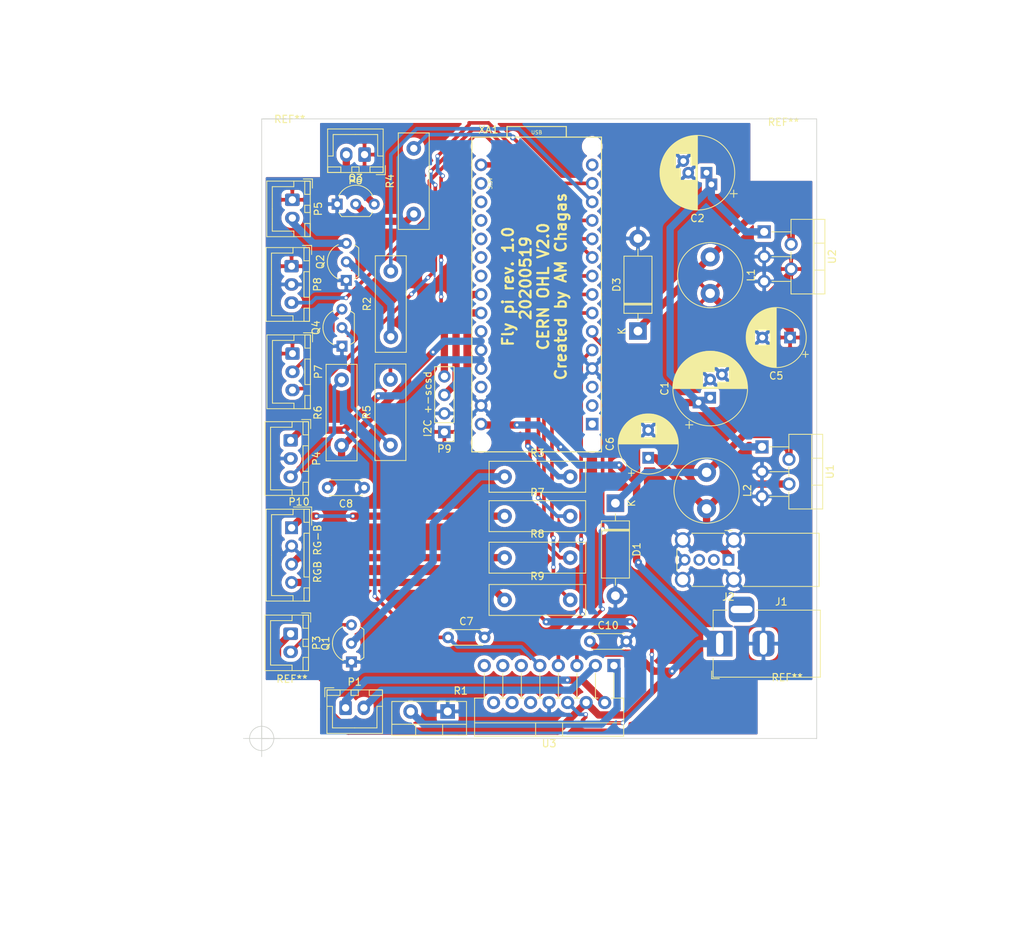
<source format=kicad_pcb>
(kicad_pcb (version 20171130) (host pcbnew 5.1.6-c6e7f7d~86~ubuntu20.04.1)
  (layers (0 F.Cu signal) (31 B.Cu signal) (34 B.Paste user) (35 F.Paste user) (36 B.SilkS user) (37 F.SilkS user) (38 B.Mask user) (39 F.Mask user) (44 Edge.Cuts user))
  (net 0 "")
  (net 1 "Net-(C6-Pad1)")
  (net 2 "Net-(D1-Pad1)")
  (net 3 "Net-(D3-Pad1)")
  (net 4 "Net-(P1-Pad2)")
  (net 5 "Net-(P1-Pad1)")
  (net 6 "Net-(P7-Pad2)")
  (net 7 "Net-(P10-Pad3)")
  (net 8 "Net-(P10-Pad4)")
  (net 9 "Net-(P10-Pad1)")
  (net 10 GND)
  (net 11 "Net-(Q1-Pad2)")
  (net 12 "Net-(Q2-Pad2)")
  (net 13 "Net-(Q3-Pad2)")
  (net 14 "Net-(Q4-Pad2)")
  (net 15 +12V)
  (net 16 +5V)
  (net 17 +5VD)
  (net 18 temp_sensor)
  (net 19 "Net-(J2-Pad2)")
  (net 20 "Net-(J2-Pad3)")
  (net 21 "Net-(P3-Pad2)")
  (net 22 "Net-(P4-Pad3)")
  (net 23 "Net-(P5-Pad2)")
  (net 24 "Net-(P6-Pad2)")
  (net 25 servo_signal)
  (net 26 Ring)
  (net 27 SCL)
  (net 28 SDA)
  (net 29 "Net-(R1-Pad2)")
  (net 30 HP1)
  (net 31 Fan)
  (net 32 HP2)
  (net 33 servo_switch)
  (net 34 RGBlue)
  (net 35 RGreenB)
  (net 36 RedGB)
  (net 37 Peltier_input1)
  (net 38 Peltier_input2)
  (net 39 "Net-(U3-Pad10)")
  (net 40 "Net-(U3-Pad11)")
  (net 41 "Net-(U3-Pad12)")
  (net 42 "Net-(U3-Pad13)")
  (net 43 "Net-(U3-Pad14)")
  (net 44 "Net-(U3-Pad15)")
  (net 45 "Net-(XA1-PadRST2)")
  (net 46 "Net-(XA1-PadA6)")
  (net 47 "Net-(XA1-PadA3)")
  (net 48 "Net-(XA1-PadA2)")
  (net 49 "Net-(XA1-PadA1)")
  (net 50 "Net-(XA1-PadA0)")
  (net 51 "Net-(XA1-PadAREF)")
  (net 52 "Net-(XA1-Pad3V3)")
  (net 53 "Net-(XA1-PadD12)")
  (net 54 "Net-(XA1-PadRST1)")
  (net 55 "Net-(XA1-PadD0)")
  (net 56 "Net-(XA1-PadD1)")
  (module Arduino:Arduino_Nano_Socket (layer F.Cu) (at 142.7 51.5 180)
    (fp_text reference XA1 (at 6.604 1.016) (layer F.SilkS))
    (fp_text value Arduino_Nano_Socket)
    (fp_text user USB (at 0 0.635) (layer F.SilkS) (effects (font (size 0.5 0.5) (thickness 0.075))))
    (fp_text user 3.3V (at 6.35 -6.35 90) (layer F.SilkS) (effects (font (size 0.5 0.5) (thickness 0.075))))
    (pad VIN thru_hole circle (at 7.62 -39.37 180) (size 1.7272 1.7272) (drill 1.016) (layers *.Cu *.Mask) (net 15 +12V))
    (pad GND2 thru_hole circle (at 7.62 -36.83 180) (size 1.7272 1.7272) (drill 1.016) (layers *.Cu *.Mask) (net 10 GND))
    (pad RST2 thru_hole circle (at 7.62 -34.29 180) (size 1.7272 1.7272) (drill 1.016) (layers *.Cu *.Mask) (net 45 "Net-(XA1-PadRST2)"))
    (pad 5V thru_hole circle (at 7.62 -31.75 180) (size 1.7272 1.7272) (drill 1.016) (layers *.Cu *.Mask) (net 17 +5VD))
    (pad A7 thru_hole circle (at 7.62 -29.21 180) (size 1.7272 1.7272) (drill 1.016) (layers *.Cu *.Mask) (net 18 temp_sensor))
    (pad A6 thru_hole circle (at 7.62 -26.67 180) (size 1.7272 1.7272) (drill 1.016) (layers *.Cu *.Mask) (net 46 "Net-(XA1-PadA6)"))
    (pad A5 thru_hole circle (at 7.62 -24.13 180) (size 1.7272 1.7272) (drill 1.016) (layers *.Cu *.Mask) (net 27 SCL))
    (pad A4 thru_hole circle (at 7.62 -21.59 180) (size 1.7272 1.7272) (drill 1.016) (layers *.Cu *.Mask) (net 28 SDA))
    (pad A3 thru_hole circle (at 7.62 -19.05 180) (size 1.7272 1.7272) (drill 1.016) (layers *.Cu *.Mask) (net 47 "Net-(XA1-PadA3)"))
    (pad A2 thru_hole circle (at 7.62 -16.51 180) (size 1.7272 1.7272) (drill 1.016) (layers *.Cu *.Mask) (net 48 "Net-(XA1-PadA2)"))
    (pad A1 thru_hole circle (at 7.62 -13.97 180) (size 1.7272 1.7272) (drill 1.016) (layers *.Cu *.Mask) (net 49 "Net-(XA1-PadA1)"))
    (pad A0 thru_hole circle (at 7.62 -11.43 180) (size 1.7272 1.7272) (drill 1.016) (layers *.Cu *.Mask) (net 50 "Net-(XA1-PadA0)"))
    (pad AREF thru_hole circle (at 7.62 -8.89 180) (size 1.7272 1.7272) (drill 1.016) (layers *.Cu *.Mask) (net 51 "Net-(XA1-PadAREF)"))
    (pad 3V3 thru_hole circle (at 7.62 -6.35 180) (size 1.7272 1.7272) (drill 1.016) (layers *.Cu *.Mask) (net 52 "Net-(XA1-Pad3V3)"))
    (pad D13 thru_hole circle (at 7.62 -3.81 180) (size 1.7272 1.7272) (drill 1.016) (layers *.Cu *.Mask) (net 31 Fan))
    (pad D12 thru_hole circle (at -7.62 -3.81 180) (size 1.7272 1.7272) (drill 1.016) (layers *.Cu *.Mask) (net 53 "Net-(XA1-PadD12)"))
    (pad D11 thru_hole circle (at -7.62 -6.35 180) (size 1.7272 1.7272) (drill 1.016) (layers *.Cu *.Mask) (net 32 HP2))
    (pad D10 thru_hole circle (at -7.62 -8.89 180) (size 1.7272 1.7272) (drill 1.016) (layers *.Cu *.Mask) (net 30 HP1))
    (pad D9 thru_hole circle (at -7.62 -11.43 180) (size 1.7272 1.7272) (drill 1.016) (layers *.Cu *.Mask) (net 33 servo_switch))
    (pad D8 thru_hole circle (at -7.62 -13.97 180) (size 1.7272 1.7272) (drill 1.016) (layers *.Cu *.Mask) (net 25 servo_signal))
    (pad D7 thru_hole circle (at -7.62 -16.51 180) (size 1.7272 1.7272) (drill 1.016) (layers *.Cu *.Mask) (net 26 Ring))
    (pad D6 thru_hole circle (at -7.62 -19.05 180) (size 1.7272 1.7272) (drill 1.016) (layers *.Cu *.Mask) (net 34 RGBlue))
    (pad D5 thru_hole circle (at -7.62 -21.59 180) (size 1.7272 1.7272) (drill 1.016) (layers *.Cu *.Mask) (net 35 RGreenB))
    (pad D4 thru_hole circle (at -7.62 -24.13 180) (size 1.7272 1.7272) (drill 1.016) (layers *.Cu *.Mask) (net 36 RedGB))
    (pad D3 thru_hole circle (at -7.62 -26.67 180) (size 1.7272 1.7272) (drill 1.016) (layers *.Cu *.Mask) (net 37 Peltier_input1))
    (pad D2 thru_hole circle (at -7.62 -29.21 180) (size 1.7272 1.7272) (drill 1.016) (layers *.Cu *.Mask) (net 38 Peltier_input2))
    (pad GND1 thru_hole circle (at -7.62 -31.75 180) (size 1.7272 1.7272) (drill 1.016) (layers *.Cu *.Mask) (net 10 GND))
    (pad RST1 thru_hole circle (at -7.62 -34.29 180) (size 1.7272 1.7272) (drill 1.016) (layers *.Cu *.Mask) (net 54 "Net-(XA1-PadRST1)"))
    (pad D0 thru_hole circle (at -7.62 -36.83 180) (size 1.7272 1.7272) (drill 1.016) (layers *.Cu *.Mask) (net 55 "Net-(XA1-PadD0)"))
    (pad D1 thru_hole rect (at -7.62 -39.37 180) (size 1.7272 1.7272) (drill 1.016) (layers *.Cu *.Mask) (net 56 "Net-(XA1-PadD1)"))
    (pad "" np_thru_hole circle (at -7.62 -41.91 180) (size 1.85 1.85) (drill 1.85) (layers *.Cu *.Mask))
    (pad "" np_thru_hole circle (at 7.62 -41.91 180) (size 1.85 1.85) (drill 1.85) (layers *.Cu *.Mask))
    (pad "" np_thru_hole circle (at -7.62 -1.27 180) (size 1.85 1.85) (drill 1.85) (layers *.Cu *.Mask))
    (pad "" np_thru_hole circle (at 7.62 -1.27 180) (size 1.85 1.85) (drill 1.85) (layers *.Cu *.Mask))
  )
  (module MountingHole:MountingHole_3.2mm_M3 (layer F.Cu) (at 176.55 53.65)
    (fp_text reference REF** (at 0 -4.2) (layer F.SilkS))
    (fp_text value MountingHole_3.2mm_M3)
    (pad 1 np_thru_hole circle (at 0 0) (size 3.2 3.2) (drill 3.2) (layers *.Cu *.Mask))
  )
  (module MountingHole:MountingHole_3.2mm_M3 (layer F.Cu) (at 108.85 53.25)
    (fp_text reference REF** (at 0 -4.2) (layer F.SilkS))
    (fp_text value MountingHole_3.2mm_M3)
    (pad 1 np_thru_hole circle (at 0 0) (size 3.2 3.2) (drill 3.2) (layers *.Cu *.Mask))
  )
  (module MountingHole:MountingHole_3.2mm_M3 (layer F.Cu) (at 109.15 130.05)
    (fp_text reference REF** (at 0 -4.2) (layer F.SilkS))
    (fp_text value MountingHole_3.2mm_M3)
    (pad 1 np_thru_hole circle (at 0 0) (size 3.2 3.2) (drill 3.2) (layers *.Cu *.Mask))
  )
  (module MountingHole:MountingHole_3.2mm_M3 (layer F.Cu) (at 177.05 129.85)
    (fp_text reference REF** (at 0 -4.2) (layer F.SilkS))
    (fp_text value MountingHole_3.2mm_M3)
    (pad 1 np_thru_hole circle (at 0 0) (size 3.2 3.2) (drill 3.2) (layers *.Cu *.Mask))
  )
  (module Connector_JST:JST_XH_B3B-XH-A_1x03_P2.50mm_Vertical (layer F.Cu) (at 109.22 81.2 270)
    (fp_text reference P7 (at 2.5 -3.55 90) (layer F.SilkS))
    (fp_text value "servo +-S")
    (pad 1 thru_hole roundrect (at 0 0 270) (size 1.7 1.95) (drill 0.95) (layers *.Cu *.Mask) (roundrect_rratio 0.147059) (net 16 +5V))
    (pad 2 thru_hole oval (at 2.5 0 270) (size 1.7 1.95) (drill 0.95) (layers *.Cu *.Mask) (net 6 "Net-(P7-Pad2)"))
    (pad 3 thru_hole oval (at 5 0 270) (size 1.7 1.95) (drill 0.95) (layers *.Cu *.Mask) (net 25 servo_signal))
  )
  (module Socket_Strips:Socket_Strip_Straight_1x04_Pitch2.54mm (layer F.Cu) (at 130.048 91.948 180)
    (fp_text reference P9 (at 0 -2.33 180) (layer F.SilkS))
    (fp_text value "I2C +-scsd" (at 2.286 3.81 270) (layer F.SilkS))
    (pad 1 thru_hole rect (at 0 0 180) (size 1.7 1.7) (drill 1) (layers *.Cu *.Mask) (net 16 +5V))
    (pad 2 thru_hole oval (at 0 2.54 180) (size 1.7 1.7) (drill 1) (layers *.Cu *.Mask) (net 10 GND))
    (pad 3 thru_hole oval (at 0 5.08 180) (size 1.7 1.7) (drill 1) (layers *.Cu *.Mask) (net 27 SCL))
    (pad 4 thru_hole oval (at 0 7.62 180) (size 1.7 1.7) (drill 1) (layers *.Cu *.Mask) (net 28 SDA))
  )
  (module Connectors_JST:JST_XH_B04B-XH-A_04x2.50mm_Straight (layer F.Cu) (at 109.1 105.1 270)
    (fp_text reference P10 (at -3.556 -1.016) (layer F.SilkS))
    (fp_text value "RGB RG-B" (at 3.556 -3.556 270) (layer F.SilkS))
    (pad 1 thru_hole rect (at 0 0 270) (size 1.75 1.75) (drill 1) (layers *.Cu *.Mask) (net 9 "Net-(P10-Pad1)"))
    (pad 2 thru_hole circle (at 2.5 0 270) (size 1.75 1.75) (drill 1) (layers *.Cu *.Mask) (net 10 GND))
    (pad 3 thru_hole circle (at 5 0 270) (size 1.75 1.75) (drill 1) (layers *.Cu *.Mask) (net 7 "Net-(P10-Pad3)"))
    (pad 4 thru_hole circle (at 7.5 0 270) (size 1.75 1.75) (drill 1) (layers *.Cu *.Mask) (net 8 "Net-(P10-Pad4)"))
  )
  (module Capacitor_THT:CP_Radial_D10.0mm_P2.50mm_P5.00mm (layer F.Cu) (at 166.497 87.249 90)
    (fp_text reference C1 (at 1.25 -6.25 90) (layer F.SilkS))
    (fp_text value 680µ)
    (pad 1 thru_hole rect (at 0 0 90) (size 1.6 1.6) (drill 0.8) (layers *.Cu *.Mask) (net 15 +12V))
    (pad 2 thru_hole circle (at 2.5 0 90) (size 1.6 1.6) (drill 0.8) (layers *.Cu *.Mask) (net 10 GND))
    (pad 1 thru_hole rect (at -0.670937 -1.6 90) (size 1.6 1.6) (drill 0.8) (layers *.Cu *.Mask) (net 15 +12V))
    (pad 2 thru_hole circle (at 3.170937 1.6 90) (size 1.6 1.6) (drill 0.8) (layers *.Cu *.Mask) (net 10 GND))
  )
  (module Capacitor_THT:CP_Radial_D10.0mm_P2.50mm_P5.00mm (layer F.Cu) (at 165.989 56.388 180)
    (fp_text reference C2 (at 1.25 -6.25) (layer F.SilkS))
    (fp_text value 680µ)
    (pad 2 thru_hole circle (at 3.170937 1.6 180) (size 1.6 1.6) (drill 0.8) (layers *.Cu *.Mask) (net 10 GND))
    (pad 1 thru_hole rect (at -0.670937 -1.6 180) (size 1.6 1.6) (drill 0.8) (layers *.Cu *.Mask) (net 15 +12V))
    (pad 2 thru_hole circle (at 2.5 0 180) (size 1.6 1.6) (drill 0.8) (layers *.Cu *.Mask) (net 10 GND))
    (pad 1 thru_hole rect (at 0 0 180) (size 1.6 1.6) (drill 0.8) (layers *.Cu *.Mask) (net 15 +12V))
  )
  (module Capacitor_THT:CP_Radial_D8.0mm_P3.80mm (layer F.Cu) (at 177.45 79 180)
    (fp_text reference C5 (at 1.9 -5.25) (layer F.SilkS))
    (fp_text value 220µ)
    (pad 1 thru_hole rect (at 0 0 180) (size 1.6 1.6) (drill 0.8) (layers *.Cu *.Mask) (net 16 +5V))
    (pad 2 thru_hole circle (at 3.8 0 180) (size 1.6 1.6) (drill 0.8) (layers *.Cu *.Mask) (net 10 GND))
  )
  (module Capacitor_THT:CP_Radial_D8.0mm_P3.80mm (layer F.Cu) (at 158 95.5 90)
    (fp_text reference C6 (at 1.9 -5.25 90) (layer F.SilkS))
    (fp_text value 220µ)
    (pad 2 thru_hole circle (at 3.8 0 90) (size 1.6 1.6) (drill 0.8) (layers *.Cu *.Mask) (net 10 GND))
    (pad 1 thru_hole rect (at 0 0 90) (size 1.6 1.6) (drill 0.8) (layers *.Cu *.Mask) (net 1 "Net-(C6-Pad1)"))
  )
  (module Capacitor_THT:C_Disc_D4.3mm_W1.9mm_P5.00mm (layer F.Cu) (at 130.556 120.142)
    (fp_text reference C7 (at 2.5 -2.2) (layer F.SilkS))
    (fp_text value 100n)
    (pad 2 thru_hole circle (at 5 0) (size 1.6 1.6) (drill 0.8) (layers *.Cu *.Mask) (net 10 GND))
    (pad 1 thru_hole circle (at 0 0) (size 1.6 1.6) (drill 0.8) (layers *.Cu *.Mask) (net 17 +5VD))
  )
  (module Capacitor_THT:C_Disc_D4.3mm_W1.9mm_P5.00mm (layer F.Cu) (at 119.05 99.6 180)
    (fp_text reference C8 (at 2.5 -2.2) (layer F.SilkS))
    (fp_text value 100n)
    (pad 1 thru_hole circle (at 0 0 180) (size 1.6 1.6) (drill 0.8) (layers *.Cu *.Mask) (net 10 GND))
    (pad 2 thru_hole circle (at 5 0 180) (size 1.6 1.6) (drill 0.8) (layers *.Cu *.Mask) (net 18 temp_sensor))
  )
  (module Capacitor_THT:C_Disc_D4.3mm_W1.9mm_P5.00mm (layer F.Cu) (at 150 120.7)
    (fp_text reference C10 (at 2.5 -2.2) (layer F.SilkS))
    (fp_text value 100n)
    (pad 1 thru_hole circle (at 0 0) (size 1.6 1.6) (drill 0.8) (layers *.Cu *.Mask) (net 15 +12V))
    (pad 2 thru_hole circle (at 5 0) (size 1.6 1.6) (drill 0.8) (layers *.Cu *.Mask) (net 10 GND))
  )
  (module Diode_THT:D_DO-15_P12.70mm_Horizontal (layer F.Cu) (at 153.5 101.727 270)
    (fp_text reference D1 (at 6.35 -2.92 90) (layer F.SilkS))
    (fp_text value "Schottky 5A")
    (fp_text user K (at 0 -2.2 90) (layer F.SilkS))
    (pad 1 thru_hole rect (at 0 0 270) (size 2.4 2.4) (drill 1.2) (layers *.Cu *.Mask) (net 2 "Net-(D1-Pad1)"))
    (pad 2 thru_hole oval (at 12.7 0 270) (size 2.4 2.4) (drill 1.2) (layers *.Cu *.Mask) (net 10 GND))
  )
  (module Diode_THT:D_DO-15_P12.70mm_Horizontal (layer F.Cu) (at 156.591 78.105 90)
    (fp_text reference D3 (at 6.35 -2.92 90) (layer F.SilkS))
    (fp_text value Schottky_5A)
    (fp_text user K (at 0 -2.2 90) (layer F.SilkS))
    (pad 2 thru_hole oval (at 12.7 0 90) (size 2.4 2.4) (drill 1.2) (layers *.Cu *.Mask) (net 10 GND))
    (pad 1 thru_hole rect (at 0 0 90) (size 2.4 2.4) (drill 1.2) (layers *.Cu *.Mask) (net 3 "Net-(D3-Pad1)"))
  )
  (module Connector_BarrelJack:BarrelJack_Horizontal (layer F.Cu) (at 167.8 121 180)
    (fp_text reference J1 (at -8.45 5.75) (layer F.SilkS))
    (fp_text value Barrel_Jack_MountingPin)
    (pad 1 thru_hole rect (at 0 0 180) (size 3.5 3.5) (drill oval 1 3) (layers *.Cu *.Mask) (net 15 +12V))
    (pad 2 thru_hole roundrect (at -6 0 180) (size 3 3.5) (drill oval 1 3) (layers *.Cu *.Mask) (net 10 GND))
    (pad 3 thru_hole roundrect (at -3 4.7 180) (size 3.5 3.5) (drill oval 3 1) (layers *.Cu *.Mask))
  )
  (module Connector_JST:JST_XH_B2B-XH-A_1x02_P2.50mm_Vertical (layer F.Cu) (at 116.5 129.8)
    (fp_text reference P1 (at 1.25 -3.55) (layer F.SilkS))
    (fp_text value PeltS1S2)
    (pad 1 thru_hole roundrect (at 0 0) (size 1.7 2) (drill 1) (layers *.Cu *.Mask) (roundrect_rratio 0.147059) (net 5 "Net-(P1-Pad1)"))
    (pad 2 thru_hole oval (at 2.5 0) (size 1.7 2) (drill 1) (layers *.Cu *.Mask) (net 4 "Net-(P1-Pad2)"))
  )
  (module Connector_JST:JST_XH_B2B-XH-A_1x02_P2.50mm_Vertical (layer F.Cu) (at 108.966 119.634 270)
    (fp_text reference P3 (at 1.25 -3.55 90) (layer F.SilkS))
    (fp_text value Fan+-)
    (pad 2 thru_hole oval (at 2.5 0 270) (size 1.7 2) (drill 1) (layers *.Cu *.Mask) (net 21 "Net-(P3-Pad2)"))
    (pad 1 thru_hole roundrect (at 0 0 270) (size 1.7 2) (drill 1) (layers *.Cu *.Mask) (roundrect_rratio 0.147059) (net 15 +12V))
  )
  (module Connector_JST:JST_XH_B3B-XH-A_1x03_P2.50mm_Vertical (layer F.Cu) (at 108.966 93.1 270)
    (fp_text reference P4 (at 2.5 -3.55 90) (layer F.SilkS))
    (fp_text value "Therm +-S")
    (pad 1 thru_hole roundrect (at 0 0 270) (size 1.7 1.95) (drill 0.95) (layers *.Cu *.Mask) (roundrect_rratio 0.147059) (net 17 +5VD))
    (pad 2 thru_hole oval (at 2.5 0 270) (size 1.7 1.95) (drill 0.95) (layers *.Cu *.Mask) (net 10 GND))
    (pad 3 thru_hole oval (at 5 0 270) (size 1.7 1.95) (drill 0.95) (layers *.Cu *.Mask) (net 22 "Net-(P4-Pad3)"))
  )
  (module Connector_JST:JST_XH_B2B-XH-A_1x02_P2.50mm_Vertical (layer F.Cu) (at 109.2 60.1 270)
    (fp_text reference P5 (at 1.25 -3.55 90) (layer F.SilkS))
    (fp_text value HP1+-)
    (pad 2 thru_hole oval (at 2.5 0 270) (size 1.7 2) (drill 1) (layers *.Cu *.Mask) (net 23 "Net-(P5-Pad2)"))
    (pad 1 thru_hole roundrect (at 0 0 270) (size 1.7 2) (drill 1) (layers *.Cu *.Mask) (roundrect_rratio 0.147059) (net 16 +5V))
  )
  (module Connector_JST:JST_XH_B2B-XH-A_1x02_P2.50mm_Vertical (layer F.Cu) (at 119.1 53.9 180)
    (fp_text reference P6 (at 1.25 -3.55) (layer F.SilkS))
    (fp_text value HP2+-)
    (pad 1 thru_hole roundrect (at 0 0 180) (size 1.7 2) (drill 1) (layers *.Cu *.Mask) (roundrect_rratio 0.147059) (net 16 +5V))
    (pad 2 thru_hole oval (at 2.5 0 180) (size 1.7 2) (drill 1) (layers *.Cu *.Mask) (net 24 "Net-(P6-Pad2)"))
  )
  (module Connector_JST:JST_XH_B3B-XH-A_1x03_P2.50mm_Vertical (layer F.Cu) (at 109.093 69.215 270)
    (fp_text reference P8 (at 2.5 -3.55 90) (layer F.SilkS))
    (fp_text value "Ring +-s")
    (pad 3 thru_hole oval (at 5 0 270) (size 1.7 1.95) (drill 0.95) (layers *.Cu *.Mask) (net 26 Ring))
    (pad 2 thru_hole oval (at 2.5 0 270) (size 1.7 1.95) (drill 0.95) (layers *.Cu *.Mask) (net 10 GND))
    (pad 1 thru_hole roundrect (at 0 0 270) (size 1.7 1.95) (drill 0.95) (layers *.Cu *.Mask) (roundrect_rratio 0.147059) (net 16 +5V))
  )
  (module Package_TO_SOT_THT:TO-92L_Inline_Wide (layer F.Cu) (at 117.3 123.5 90)
    (fp_text reference Q1 (at 2.54 -3.56 90) (layer F.SilkS))
    (fp_text value 1A_NPN_EBC)
    (pad 2 thru_hole circle (at 2.54 0 180) (size 1.5 1.5) (drill 0.8) (layers *.Cu *.Mask) (net 11 "Net-(Q1-Pad2)"))
    (pad 3 thru_hole circle (at 5.08 0 180) (size 1.5 1.5) (drill 0.8) (layers *.Cu *.Mask) (net 21 "Net-(P3-Pad2)"))
    (pad 1 thru_hole rect (at 0 0 180) (size 1.5 1.5) (drill 0.8) (layers *.Cu *.Mask) (net 10 GND))
  )
  (module Package_TO_SOT_THT:TO-92L_Inline_Wide (layer F.Cu) (at 116.6 71.15 90)
    (fp_text reference Q2 (at 2.54 -3.56 90) (layer F.SilkS))
    (fp_text value 1A-NPN-EBC)
    (pad 1 thru_hole rect (at 0 0 180) (size 1.5 1.5) (drill 0.8) (layers *.Cu *.Mask) (net 10 GND))
    (pad 3 thru_hole circle (at 5.08 0 180) (size 1.5 1.5) (drill 0.8) (layers *.Cu *.Mask) (net 23 "Net-(P5-Pad2)"))
    (pad 2 thru_hole circle (at 2.54 0 180) (size 1.5 1.5) (drill 0.8) (layers *.Cu *.Mask) (net 12 "Net-(Q2-Pad2)"))
  )
  (module Package_TO_SOT_THT:TO-92L_Inline_Wide (layer F.Cu) (at 115.35 60.7)
    (fp_text reference Q3 (at 2.54 -3.56) (layer F.SilkS))
    (fp_text value 1A_NPN_EBC)
    (pad 2 thru_hole circle (at 2.54 0 90) (size 1.5 1.5) (drill 0.8) (layers *.Cu *.Mask) (net 13 "Net-(Q3-Pad2)"))
    (pad 3 thru_hole circle (at 5.08 0 90) (size 1.5 1.5) (drill 0.8) (layers *.Cu *.Mask) (net 24 "Net-(P6-Pad2)"))
    (pad 1 thru_hole rect (at 0 0 90) (size 1.5 1.5) (drill 0.8) (layers *.Cu *.Mask) (net 10 GND))
  )
  (module Package_TO_SOT_THT:TO-92L_Inline_Wide (layer F.Cu) (at 116 80.18 90)
    (fp_text reference Q4 (at 2.54 -3.56 90) (layer F.SilkS))
    (fp_text value 1A_NPN_EBC)
    (pad 1 thru_hole rect (at 0 0 180) (size 1.5 1.5) (drill 0.8) (layers *.Cu *.Mask) (net 10 GND))
    (pad 3 thru_hole circle (at 5.08 0 180) (size 1.5 1.5) (drill 0.8) (layers *.Cu *.Mask) (net 6 "Net-(P7-Pad2)"))
    (pad 2 thru_hole circle (at 2.54 0 180) (size 1.5 1.5) (drill 0.8) (layers *.Cu *.Mask) (net 14 "Net-(Q4-Pad2)"))
  )
  (module Package_TO_SOT_THT:TO-220-2_Vertical (layer F.Cu) (at 130.5 130.3 180)
    (fp_text reference R1 (at -1.788 2.824 180) (layer F.SilkS))
    (fp_text value "20W ")
    (pad 1 thru_hole rect (at 0 0 180) (size 2 2) (drill 1.1) (layers *.Cu *.Mask) (net 10 GND))
    (pad 2 thru_hole oval (at 5.08 0 180) (size 2 2) (drill 1.1) (layers *.Cu *.Mask) (net 29 "Net-(R1-Pad2)"))
  )
  (module Resistor_THT:R_Box_L13.0mm_W4.0mm_P9.00mm (layer F.Cu) (at 122.7 78.9 90)
    (fp_text reference R2 (at 4.5 -3.25 90) (layer F.SilkS))
    (fp_text value 270)
    (pad 1 thru_hole circle (at 0 0 90) (size 2 2) (drill 1) (layers *.Cu *.Mask) (net 12 "Net-(Q2-Pad2)"))
    (pad 2 thru_hole circle (at 9 0 90) (size 2 2) (drill 1) (layers *.Cu *.Mask) (net 30 HP1))
  )
  (module Resistor_THT:R_Box_L13.0mm_W4.0mm_P9.00mm (layer F.Cu) (at 138.3 98.1)
    (fp_text reference R3 (at 4.5 -3.25) (layer F.SilkS))
    (fp_text value 270)
    (pad 2 thru_hole circle (at 9 0) (size 2 2) (drill 1) (layers *.Cu *.Mask) (net 31 Fan))
    (pad 1 thru_hole circle (at 0 0) (size 2 2) (drill 1) (layers *.Cu *.Mask) (net 11 "Net-(Q1-Pad2)"))
  )
  (module Resistor_THT:R_Box_L13.0mm_W4.0mm_P9.00mm (layer F.Cu) (at 125.85 62.05 90)
    (fp_text reference R4 (at 4.5 -3.25 90) (layer F.SilkS))
    (fp_text value 270)
    (pad 1 thru_hole circle (at 0 0 90) (size 2 2) (drill 1) (layers *.Cu *.Mask) (net 13 "Net-(Q3-Pad2)"))
    (pad 2 thru_hole circle (at 9 0 90) (size 2 2) (drill 1) (layers *.Cu *.Mask) (net 32 HP2))
  )
  (module Resistor_THT:R_Box_L13.0mm_W4.0mm_P9.00mm (layer F.Cu) (at 122.65 93.75 90)
    (fp_text reference R5 (at 4.5 -3.25 90) (layer F.SilkS))
    (fp_text value 270)
    (pad 2 thru_hole circle (at 9 0 90) (size 2 2) (drill 1) (layers *.Cu *.Mask) (net 33 servo_switch))
    (pad 1 thru_hole circle (at 0 0 90) (size 2 2) (drill 1) (layers *.Cu *.Mask) (net 14 "Net-(Q4-Pad2)"))
  )
  (module Resistor_THT:R_Box_L13.0mm_W4.0mm_P9.00mm (layer F.Cu) (at 115.95 93.8 90)
    (fp_text reference R6 (at 4.5 -3.25 90) (layer F.SilkS))
    (fp_text value 1k1)
    (pad 2 thru_hole circle (at 9 0 90) (size 2 2) (drill 1) (layers *.Cu *.Mask) (net 22 "Net-(P4-Pad3)"))
    (pad 1 thru_hole circle (at 0 0 90) (size 2 2) (drill 1) (layers *.Cu *.Mask) (net 18 temp_sensor))
  )
  (module Resistor_THT:R_Box_L13.0mm_W4.0mm_P9.00mm (layer F.Cu) (at 138.3 103.5)
    (fp_text reference R7 (at 4.5 -3.25) (layer F.SilkS))
    (fp_text value 270)
    (pad 1 thru_hole circle (at 0 0) (size 2 2) (drill 1) (layers *.Cu *.Mask) (net 9 "Net-(P10-Pad1)"))
    (pad 2 thru_hole circle (at 9 0) (size 2 2) (drill 1) (layers *.Cu *.Mask) (net 34 RGBlue))
  )
  (module Resistor_THT:R_Box_L13.0mm_W4.0mm_P9.00mm (layer F.Cu) (at 138.3 109.2)
    (fp_text reference R8 (at 4.5 -3.25) (layer F.SilkS))
    (fp_text value 270)
    (pad 1 thru_hole circle (at 0 0) (size 2 2) (drill 1) (layers *.Cu *.Mask) (net 7 "Net-(P10-Pad3)"))
    (pad 2 thru_hole circle (at 9 0) (size 2 2) (drill 1) (layers *.Cu *.Mask) (net 35 RGreenB))
  )
  (module Resistor_THT:R_Box_L13.0mm_W4.0mm_P9.00mm (layer F.Cu) (at 138.3 115)
    (fp_text reference R9 (at 4.5 -3.25) (layer F.SilkS))
    (fp_text value 270)
    (pad 2 thru_hole circle (at 9 0) (size 2 2) (drill 1) (layers *.Cu *.Mask) (net 36 RedGB))
    (pad 1 thru_hole circle (at 0 0) (size 2 2) (drill 1) (layers *.Cu *.Mask) (net 8 "Net-(P10-Pad4)"))
  )
  (module Package_TO_SOT_THT:TO-220-5_P3.4x3.7mm_StaggerOdd_Lead3.8mm_Vertical (layer F.Cu) (at 173.6 94 270)
    (fp_text reference U1 (at 3.4 -9.32 90) (layer F.SilkS))
    (fp_text value LM2596S-5)
    (pad 1 thru_hole rect (at 0 0 270) (size 1.8 1.8) (drill 1.1) (layers *.Cu *.Mask) (net 15 +12V))
    (pad 2 thru_hole oval (at 1.7 -3.7 270) (size 1.8 1.8) (drill 1.1) (layers *.Cu *.Mask) (net 2 "Net-(D1-Pad1)"))
    (pad 3 thru_hole oval (at 3.4 0 270) (size 1.8 1.8) (drill 1.1) (layers *.Cu *.Mask) (net 10 GND))
    (pad 4 thru_hole oval (at 5.1 -3.7 270) (size 1.8 1.8) (drill 1.1) (layers *.Cu *.Mask) (net 1 "Net-(C6-Pad1)"))
    (pad 5 thru_hole oval (at 6.8 0 270) (size 1.8 1.8) (drill 1.1) (layers *.Cu *.Mask) (net 10 GND))
  )
  (module Package_TO_SOT_THT:TO-220-5_P3.4x3.7mm_StaggerOdd_Lead3.8mm_Vertical (layer F.Cu) (at 173.9 64.5 270)
    (fp_text reference U2 (at 3.4 -9.32 90) (layer F.SilkS))
    (fp_text value LM2596S-5)
    (pad 5 thru_hole oval (at 6.8 0 270) (size 1.8 1.8) (drill 1.1) (layers *.Cu *.Mask) (net 10 GND))
    (pad 4 thru_hole oval (at 5.1 -3.7 270) (size 1.8 1.8) (drill 1.1) (layers *.Cu *.Mask) (net 16 +5V))
    (pad 3 thru_hole oval (at 3.4 0 270) (size 1.8 1.8) (drill 1.1) (layers *.Cu *.Mask) (net 10 GND))
    (pad 2 thru_hole oval (at 1.7 -3.7 270) (size 1.8 1.8) (drill 1.1) (layers *.Cu *.Mask) (net 3 "Net-(D3-Pad1)"))
    (pad 1 thru_hole rect (at 0 0 270) (size 1.8 1.8) (drill 1.1) (layers *.Cu *.Mask) (net 15 +12V))
  )
  (module Package_TO_SOT_THT:TO-220-15_P2.54x2.54mm_StaggerOdd_Lead4.58mm_Vertical (layer F.Cu) (at 153.3 124 180)
    (fp_text reference U3 (at 8.89 -10.7) (layer F.SilkS))
    (fp_text value L298HN)
    (pad 1 thru_hole rect (at 0 0 180) (size 1.8 1.8) (drill 1) (layers *.Cu *.Mask) (net 29 "Net-(R1-Pad2)"))
    (pad 2 thru_hole oval (at 1.27 -5.08 180) (size 1.8 1.8) (drill 1) (layers *.Cu *.Mask) (net 5 "Net-(P1-Pad1)"))
    (pad 3 thru_hole oval (at 2.54 0 180) (size 1.8 1.8) (drill 1) (layers *.Cu *.Mask) (net 4 "Net-(P1-Pad2)"))
    (pad 4 thru_hole oval (at 3.81 -5.08 180) (size 1.8 1.8) (drill 1) (layers *.Cu *.Mask) (net 15 +12V))
    (pad 5 thru_hole oval (at 5.08 0 180) (size 1.8 1.8) (drill 1) (layers *.Cu *.Mask) (net 37 Peltier_input1))
    (pad 6 thru_hole oval (at 6.35 -5.08 180) (size 1.8 1.8) (drill 1) (layers *.Cu *.Mask) (net 31 Fan))
    (pad 7 thru_hole oval (at 7.62 0 180) (size 1.8 1.8) (drill 1) (layers *.Cu *.Mask) (net 38 Peltier_input2))
    (pad 8 thru_hole oval (at 8.89 -5.08 180) (size 1.8 1.8) (drill 1) (layers *.Cu *.Mask) (net 10 GND))
    (pad 9 thru_hole oval (at 10.16 0 180) (size 1.8 1.8) (drill 1) (layers *.Cu *.Mask) (net 17 +5VD))
    (pad 10 thru_hole oval (at 11.43 -5.08 180) (size 1.8 1.8) (drill 1) (layers *.Cu *.Mask) (net 39 "Net-(U3-Pad10)"))
    (pad 11 thru_hole oval (at 12.7 0 180) (size 1.8 1.8) (drill 1) (layers *.Cu *.Mask) (net 40 "Net-(U3-Pad11)"))
    (pad 12 thru_hole oval (at 13.97 -5.08 180) (size 1.8 1.8) (drill 1) (layers *.Cu *.Mask) (net 41 "Net-(U3-Pad12)"))
    (pad 13 thru_hole oval (at 15.24 0 180) (size 1.8 1.8) (drill 1) (layers *.Cu *.Mask) (net 42 "Net-(U3-Pad13)"))
    (pad 14 thru_hole oval (at 16.51 -5.08 180) (size 1.8 1.8) (drill 1) (layers *.Cu *.Mask) (net 43 "Net-(U3-Pad14)"))
    (pad 15 thru_hole oval (at 17.78 0 180) (size 1.8 1.8) (drill 1) (layers *.Cu *.Mask) (net 44 "Net-(U3-Pad15)"))
  )
  (module Inductor_THT:L_Radial_D8.7mm_P5.00mm_Fastron_07HCP (layer F.Cu) (at 166.497 67.945 270)
    (fp_text reference L1 (at 2.5 -5.6 90) (layer F.SilkS))
    (fp_text value 33µH)
    (pad 1 thru_hole circle (at 0 0 270) (size 2.6 2.6) (drill 1.3) (layers *.Cu *.Mask) (net 3 "Net-(D3-Pad1)"))
    (pad 2 thru_hole circle (at 5 0 270) (size 2.6 2.6) (drill 1.3) (layers *.Cu *.Mask) (net 16 +5V))
  )
  (module Inductor_THT:L_Radial_D8.7mm_P5.00mm_Fastron_07HCP (layer F.Cu) (at 166 97.5 270)
    (fp_text reference L2 (at 2.5 -5.6 90) (layer F.SilkS))
    (fp_text value 33µH)
    (pad 2 thru_hole circle (at 5 0 270) (size 2.6 2.6) (drill 1.3) (layers *.Cu *.Mask) (net 1 "Net-(C6-Pad1)"))
    (pad 1 thru_hole circle (at 0 0 270) (size 2.6 2.6) (drill 1.3) (layers *.Cu *.Mask) (net 2 "Net-(D1-Pad1)"))
  )
  (module Connector_USB:USB_A_Wuerth_614004134726_Horizontal (layer F.Cu) (at 169 109.5 180)
    (fp_text reference J2 (at 0 -5.08) (layer F.SilkS))
    (fp_text value USB_A)
    (pad 4 thru_hole circle (at 6 0 180) (size 1.6 1.6) (drill 0.92) (layers *.Cu *.Mask) (net 10 GND))
    (pad 3 thru_hole circle (at 4 0 180) (size 1.6 1.6) (drill 0.92) (layers *.Cu *.Mask) (net 20 "Net-(J2-Pad3)"))
    (pad 2 thru_hole circle (at 2 0 180) (size 1.6 1.6) (drill 0.92) (layers *.Cu *.Mask) (net 19 "Net-(J2-Pad2)"))
    (pad 1 thru_hole rect (at 0 0 180) (size 1.6 1.6) (drill 0.92) (layers *.Cu *.Mask) (net 1 "Net-(C6-Pad1)"))
    (pad 5 thru_hole circle (at -0.73 2.72 180) (size 2.15 2.15) (drill 1.5) (layers *.Cu *.Mask) (net 10 GND))
    (pad 5 thru_hole circle (at 6.27 2.72 180) (size 2.15 2.15) (drill 1.5) (layers *.Cu *.Mask) (net 10 GND))
    (pad 5 thru_hole circle (at 6.27 -2.72 180) (size 2.15 2.15) (drill 1.5) (layers *.Cu *.Mask) (net 10 GND))
    (pad 5 thru_hole circle (at -0.73 -2.72 180) (size 2.15 2.15) (drill 1.5) (layers *.Cu *.Mask) (net 10 GND))
  )
  (target plus (at 105 134) (size 5) (width 0.1) (layer Edge.Cuts))
  (gr_text "Fly pi rev. 1.0\n  20200519\nCERN OHL V2.0\nCreated by AM Chagas\n\n" (at 143.6 72 90) (layer F.SilkS) (effects (font (size 1.5 1.5) (thickness 0.3))))
  (gr_line (start 105 49) (end 105 134) (angle 90) (layer Edge.Cuts) (width 0.1))
  (gr_line (start 181.1 49) (end 105 49) (angle 90) (layer Edge.Cuts) (width 0.1))
  (gr_line (start 181.1 134) (end 181.1 49) (angle 90) (layer Edge.Cuts) (width 0.1))
  (gr_line (start 105 134) (end 181.1 134) (angle 90) (layer Edge.Cuts) (width 0.1))
  (gr_line (start 106 134) (end 105 134) (angle 90) (layer Edge.Cuts) (width 0.1))
  (gr_line (start 105.15 49) (end 108.4 49) (angle 90) (layer Edge.Cuts) (width 0.1))
  (gr_line (start 105.15 49) (end 105 49) (angle 90) (layer Edge.Cuts) (width 0.1))
  (gr_line (start 181.05 134) (end 181.1 134) (angle 90) (layer Edge.Cuts) (width 0.1))
  (gr_line (start 181 134) (end 181.1 134) (angle 90) (layer Edge.Cuts) (width 0.1))
  (segment (start 169 108.825002) (end 169 109.5) (width 1) (layer F.Cu) (net 1))
  (segment (start 166 105.825002) (end 169 108.825002) (width 1) (layer F.Cu) (net 1))
  (segment (start 166 102.5) (end 166 105.825002) (width 1) (layer F.Cu) (net 1))
  (segment (start 169.4 99.1) (end 177.3 99.1) (width 1) (layer F.Cu) (net 1))
  (segment (start 166 102.5) (end 169.4 99.1) (width 1) (layer F.Cu) (net 1))
  (segment (start 159 95.5) (end 158 95.5) (width 1) (layer F.Cu) (net 1))
  (segment (start 166 102.5) (end 159 95.5) (width 1) (layer F.Cu) (net 1))
  (segment (start 177.3 94.459998) (end 177.3 95.7) (width 1) (layer F.Cu) (net 2))
  (segment (start 175.140001 92.299999) (end 177.3 94.459998) (width 1) (layer F.Cu) (net 2))
  (segment (start 171.200001 92.299999) (end 175.140001 92.299999) (width 1) (layer F.Cu) (net 2))
  (segment (start 166 97.5) (end 171.200001 92.299999) (width 1) (layer F.Cu) (net 2))
  (segment (start 157.727 97.5) (end 153.5 101.727) (width 1) (layer B.Cu) (net 2))
  (segment (start 166 97.5) (end 157.727 97.5) (width 1) (layer B.Cu) (net 2))
  (segment (start 166.497 67.945) (end 172.942 61.5) (width 1) (layer F.Cu) (net 3))
  (segment (start 177.6 64.959998) (end 177.6 66.2) (width 1) (layer F.Cu) (net 3))
  (segment (start 174.140002 61.5) (end 177.6 64.959998) (width 1) (layer F.Cu) (net 3))
  (segment (start 172.942 61.5) (end 174.140002 61.5) (width 1) (layer F.Cu) (net 3))
  (segment (start 156.591 77.851) (end 166.497 67.945) (width 1) (layer F.Cu) (net 3))
  (segment (start 156.591 78.105) (end 156.591 77.851) (width 1) (layer F.Cu) (net 3))
  (segment (start 147.380001 127.379999) (end 150.76 124) (width 1) (layer B.Cu) (net 4))
  (segment (start 121.420001 127.379999) (end 147.380001 127.379999) (width 1) (layer B.Cu) (net 4))
  (segment (start 119 129.8) (end 121.420001 127.379999) (width 1) (layer B.Cu) (net 4))
  (segment (start 116.5 128.8) (end 119.3 126) (width 1) (layer B.Cu) (net 5))
  (segment (start 116.5 129.8) (end 116.5 128.8) (width 1) (layer B.Cu) (net 5))
  (segment (start 119.3 126) (end 146.92151 126) (width 1) (layer B.Cu) (net 5))
  (via (at 146.92151 126) (size 0.8) (drill 0.4) (layers F.Cu B.Cu) (net 5))
  (segment (start 148.95 126) (end 152.03 129.08) (width 1) (layer F.Cu) (net 5))
  (segment (start 146.92151 126) (end 148.95 126) (width 1) (layer F.Cu) (net 5))
  (segment (start 114.749999 78.170001) (end 109.22 83.7) (width 0.5) (layer F.Cu) (net 6))
  (segment (start 114.749999 76.350001) (end 114.749999 78.170001) (width 0.5) (layer F.Cu) (net 6))
  (segment (start 116 75.1) (end 114.749999 76.350001) (width 0.5) (layer F.Cu) (net 6))
  (segment (start 110 109.2) (end 109.1 110.1) (width 1) (layer F.Cu) (net 7))
  (segment (start 138.3 109.2) (end 110 109.2) (width 1) (layer F.Cu) (net 7))
  (segment (start 135.9 112.6) (end 138.3 115) (width 1) (layer F.Cu) (net 8))
  (segment (start 109.1 112.6) (end 135.9 112.6) (width 1) (layer F.Cu) (net 8))
  (segment (start 110.7 103.5) (end 109.1 105.1) (width 1) (layer F.Cu) (net 9))
  (segment (start 138.3 103.5) (end 117.5 103.5) (width 1) (layer F.Cu) (net 9))
  (segment (start 112.5 103.5) (end 110.7 103.5) (width 1) (layer F.Cu) (net 9))
  (via (at 112.5 103.5) (size 0.6) (drill 0.4) (layers F.Cu B.Cu) (net 9))
  (via (at 117.5 103.5) (size 0.6) (drill 0.4) (layers F.Cu B.Cu) (net 9))
  (segment (start 117.5 103.5) (end 112.5 103.5) (width 0.5) (layer B.Cu) (net 9))
  (segment (start 144.018 129.032) (end 144.018 128.778) (width 1) (layer B.Cu) (net 10))
  (segment (start 117.3 120.96) (end 128.5 109.76) (width 1) (layer B.Cu) (net 11))
  (segment (start 128.5 109.76) (end 128.5 104.5) (width 1) (layer B.Cu) (net 11))
  (segment (start 134.9 98.1) (end 138.3 98.1) (width 1) (layer B.Cu) (net 11))
  (segment (start 128.5 104.5) (end 134.9 98.1) (width 1) (layer B.Cu) (net 11))
  (segment (start 116.910002 68.61) (end 116.6 68.61) (width 1) (layer B.Cu) (net 12))
  (segment (start 122.7 74.399998) (end 116.910002 68.61) (width 1) (layer B.Cu) (net 12))
  (segment (start 122.7 78.9) (end 122.7 74.399998) (width 1) (layer B.Cu) (net 12))
  (segment (start 124.850001 63.049999) (end 125.85 62.05) (width 1) (layer F.Cu) (net 13))
  (segment (start 120.239999 63.049999) (end 124.850001 63.049999) (width 1) (layer F.Cu) (net 13))
  (segment (start 117.89 60.7) (end 120.239999 63.049999) (width 1) (layer F.Cu) (net 13))
  (segment (start 117.450001 79.090001) (end 116 77.64) (width 0.5) (layer B.Cu) (net 14))
  (segment (start 117.450001 88.550001) (end 117.450001 79.090001) (width 0.5) (layer B.Cu) (net 14))
  (segment (start 122.65 93.75) (end 117.450001 88.550001) (width 0.5) (layer B.Cu) (net 14))
  (segment (start 151.190001 130.780001) (end 150.389999 129.979999) (width 1) (layer F.Cu) (net 15))
  (segment (start 155.269999 130.780001) (end 151.190001 130.780001) (width 1) (layer F.Cu) (net 15))
  (segment (start 150.389999 129.979999) (end 149.49 129.08) (width 1) (layer F.Cu) (net 15))
  (segment (start 170.977063 94) (end 164.897 87.919937) (width 1) (layer B.Cu) (net 15))
  (segment (start 173.6 94) (end 170.977063 94) (width 1) (layer B.Cu) (net 15))
  (segment (start 159.412061 87.919937) (end 164.897 87.919937) (width 1) (layer F.Cu) (net 15))
  (segment (start 156.399999 90.931999) (end 159.412061 87.919937) (width 1) (layer F.Cu) (net 15))
  (segment (start 156.399999 99.399999) (end 156.399999 98.899999) (width 1) (layer F.Cu) (net 15))
  (segment (start 156.399999 109.599999) (end 156.399999 99.399999) (width 1) (layer F.Cu) (net 15))
  (segment (start 156.399999 99.399999) (end 156.399999 90.931999) (width 1) (layer F.Cu) (net 15))
  (segment (start 156.399999 98.899999) (end 154 96.5) (width 1) (layer F.Cu) (net 15))
  (via (at 146 94) (size 0.8) (drill 0.4) (layers F.Cu B.Cu) (net 15))
  (segment (start 146 94.25) (end 146 94) (width 1) (layer F.Cu) (net 15))
  (via (at 140 91) (size 0.8) (drill 0.4) (layers F.Cu B.Cu) (net 15))
  (segment (start 143 91) (end 140 91) (width 1) (layer B.Cu) (net 15))
  (segment (start 146 94) (end 143 91) (width 1) (layer B.Cu) (net 15))
  (segment (start 135.21 91) (end 135.08 90.87) (width 1) (layer F.Cu) (net 15))
  (segment (start 140 91) (end 135.21 91) (width 1) (layer F.Cu) (net 15))
  (segment (start 161.275 124.775) (end 158.725 124.775) (width 1) (layer F.Cu) (net 15))
  (segment (start 161.275 124.775) (end 155.269999 130.780001) (width 1) (layer F.Cu) (net 15))
  (segment (start 151.599999 122.299999) (end 150 120.7) (width 1) (layer F.Cu) (net 15))
  (segment (start 154.840001 122.299999) (end 151.599999 122.299999) (width 1) (layer F.Cu) (net 15))
  (segment (start 154.840003 122.300001) (end 154.840001 122.299999) (width 1) (layer F.Cu) (net 15))
  (segment (start 156.250001 122.300001) (end 154.840003 122.300001) (width 1) (layer F.Cu) (net 15))
  (segment (start 158.725 124.775) (end 156.250001 122.300001) (width 1) (layer F.Cu) (net 15))
  (segment (start 149.49 129.08) (end 145.57 133) (width 1) (layer F.Cu) (net 15))
  (segment (start 132 133) (end 116.865058 133) (width 1) (layer F.Cu) (net 15))
  (segment (start 116.865058 133) (end 113.865058 130) (width 1) (layer F.Cu) (net 15))
  (segment (start 113.865058 130) (end 113.5 130) (width 1) (layer F.Cu) (net 15))
  (segment (start 113.865058 130) (end 113.865058 126.365058) (width 1) (layer F.Cu) (net 15))
  (segment (start 113.865058 126.365058) (end 112 124.5) (width 1) (layer F.Cu) (net 15))
  (segment (start 112 124.5) (end 108 124.5) (width 1) (layer F.Cu) (net 15))
  (segment (start 107.16599 121.43401) (end 108.966 119.634) (width 1) (layer F.Cu) (net 15))
  (segment (start 107.16599 123.66599) (end 107.16599 121.43401) (width 1) (layer F.Cu) (net 15))
  (segment (start 108 124.5) (end 107.16599 123.66599) (width 1) (layer F.Cu) (net 15))
  (segment (start 156.65 109.85) (end 156.399999 109.599999) (width 1) (layer F.Cu) (net 15))
  (via (at 156.65 109.85) (size 0.6) (drill 0.4) (layers F.Cu B.Cu) (net 15))
  (segment (start 154 96.5) (end 154 96.5) (width 1) (layer F.Cu) (net 15))
  (via (at 154 96.5) (size 0.6) (drill 0.4) (layers F.Cu B.Cu) (net 15))
  (segment (start 148.5 96.5) (end 154 96.5) (width 1) (layer B.Cu) (net 15))
  (segment (start 146 94) (end 148.5 96.5) (width 1) (layer B.Cu) (net 15))
  (segment (start 167.8 121) (end 167.5 121) (width 1) (layer B.Cu) (net 15))
  (segment (start 156.65 110.15) (end 156.65 109.85) (width 1) (layer B.Cu) (net 15))
  (segment (start 167.5 121) (end 156.65 110.15) (width 1) (layer B.Cu) (net 15))
  (segment (start 166.659937 57.988) (end 166.659937 58.340063) (width 1) (layer B.Cu) (net 15))
  (segment (start 166.659937 58.340063) (end 161 64) (width 1) (layer B.Cu) (net 15))
  (segment (start 161 84.022937) (end 164.897 87.919937) (width 1) (layer B.Cu) (net 15))
  (segment (start 161 64) (end 161 84.022937) (width 1) (layer B.Cu) (net 15))
  (segment (start 171.371937 64.5) (end 173.9 64.5) (width 1) (layer B.Cu) (net 15))
  (segment (start 166.659937 59.788) (end 171.371937 64.5) (width 1) (layer B.Cu) (net 15))
  (segment (start 166.659937 57.988) (end 166.659937 59.788) (width 1) (layer B.Cu) (net 15))
  (segment (start 161.275 124.775) (end 161.275 124.775) (width 1) (layer F.Cu) (net 15))
  (via (at 161.275 124.775) (size 0.6) (drill 0.4) (layers F.Cu B.Cu) (net 15))
  (segment (start 167.8 121) (end 165 121) (width 1) (layer B.Cu) (net 15))
  (segment (start 161.275 124.725) (end 161.275 124.775) (width 1) (layer B.Cu) (net 15))
  (segment (start 165 121) (end 161.275 124.725) (width 1) (layer B.Cu) (net 15))
  (segment (start 145.57 133) (end 132 133) (width 1) (layer F.Cu) (net 15))
  (segment (start 177.6 70.116002) (end 177.6 69.6) (width 1) (layer F.Cu) (net 16))
  (segment (start 173.471003 74.244999) (end 177.6 70.116002) (width 1) (layer F.Cu) (net 16))
  (segment (start 167.796999 74.244999) (end 173.471003 74.244999) (width 1) (layer F.Cu) (net 16))
  (segment (start 166.497 72.945) (end 167.796999 74.244999) (width 1) (layer F.Cu) (net 16))
  (segment (start 173.471003 74.244999) (end 173.744999 74.244999) (width 1) (layer F.Cu) (net 16))
  (segment (start 177.45 77.95) (end 177.45 79) (width 1) (layer F.Cu) (net 16))
  (segment (start 173.744999 74.244999) (end 177.45 77.95) (width 1) (layer F.Cu) (net 16))
  (via (at 121 87) (size 0.6) (drill 0.4) (layers F.Cu B.Cu) (net 17))
  (segment (start 124.26778 87) (end 121 87) (width 1) (layer B.Cu) (net 17))
  (segment (start 129.21778 82.05) (end 124.26778 87) (width 1) (layer B.Cu) (net 17))
  (segment (start 135.08 82.05) (end 129.21778 82.05) (width 1) (layer B.Cu) (net 17))
  (segment (start 110.36601 91.69999) (end 108.966 93.1) (width 1) (layer F.Cu) (net 17))
  (segment (start 116.30001 91.69999) (end 110.36601 91.69999) (width 1) (layer F.Cu) (net 17))
  (segment (start 121 87) (end 116.30001 91.69999) (width 1) (layer F.Cu) (net 17))
  (segment (start 140.582001 121.442001) (end 143.14 124) (width 0.5) (layer B.Cu) (net 17))
  (segment (start 131.856001 121.442001) (end 140.582001 121.442001) (width 0.5) (layer B.Cu) (net 17))
  (segment (start 130.556 120.142) (end 131.856001 121.442001) (width 0.5) (layer B.Cu) (net 17))
  (segment (start 130.556 120.142) (end 126.142 120.142) (width 0.5) (layer F.Cu) (net 17))
  (via (at 120.5 114.5) (size 0.6) (drill 0.4) (layers F.Cu B.Cu) (net 17))
  (segment (start 126.142 120.142) (end 120.5 114.5) (width 0.5) (layer F.Cu) (net 17))
  (via (at 116.30001 91.69999) (size 0.6) (drill 0.4) (layers F.Cu B.Cu) (net 17))
  (segment (start 120.5 95.89998) (end 116.30001 91.69999) (width 0.5) (layer B.Cu) (net 17))
  (segment (start 120.5 114.5) (end 120.5 95.89998) (width 0.5) (layer B.Cu) (net 17))
  (segment (start 129.99 79.51) (end 128.5 81) (width 1) (layer B.Cu) (net 18))
  (via (at 128.5 81) (size 0.6) (drill 0.4) (layers F.Cu B.Cu) (net 18))
  (segment (start 135.08 79.51) (end 129.99 79.51) (width 1) (layer B.Cu) (net 18))
  (segment (start 116.190002 93.8) (end 115.95 93.8) (width 1) (layer F.Cu) (net 18))
  (segment (start 125 84.990002) (end 116.190002 93.8) (width 1) (layer F.Cu) (net 18))
  (segment (start 125 84.5) (end 125 84.990002) (width 1) (layer F.Cu) (net 18))
  (segment (start 128.5 81) (end 125 84.5) (width 1) (layer F.Cu) (net 18))
  (segment (start 115.95 97.7) (end 114.05 99.6) (width 1) (layer F.Cu) (net 18))
  (segment (start 115.95 93.8) (end 115.95 97.7) (width 1) (layer F.Cu) (net 18))
  (segment (start 112.68 118.42) (end 108.966 122.134) (width 0.5) (layer F.Cu) (net 21))
  (segment (start 117.3 118.42) (end 112.68 118.42) (width 0.5) (layer F.Cu) (net 21))
  (segment (start 114.950001 92.115999) (end 108.966 98.1) (width 0.5) (layer B.Cu) (net 22))
  (segment (start 114.950001 85.799999) (end 114.950001 92.115999) (width 0.5) (layer B.Cu) (net 22))
  (segment (start 115.95 84.8) (end 114.950001 85.799999) (width 0.5) (layer B.Cu) (net 22))
  (segment (start 109.2 62.6) (end 109.2 63.2) (width 1) (layer B.Cu) (net 23))
  (segment (start 112.07 66.07) (end 116.6 66.07) (width 1) (layer B.Cu) (net 23))
  (segment (start 109.2 63.2) (end 112.07 66.07) (width 1) (layer B.Cu) (net 23))
  (segment (start 116.6 56.87) (end 116.6 53.9) (width 1) (layer F.Cu) (net 24))
  (segment (start 120.43 60.7) (end 116.6 56.87) (width 1) (layer F.Cu) (net 24))
  (segment (start 150.32 65.47) (end 148.97 65.47) (width 0.5) (layer F.Cu) (net 25))
  (segment (start 145.760009 60.280333) (end 135.979676 50.5) (width 0.5) (layer F.Cu) (net 25))
  (segment (start 145.76001 62.26001) (end 145.760009 60.280333) (width 0.5) (layer F.Cu) (net 25))
  (segment (start 148.97 65.47) (end 145.76001 62.26001) (width 0.5) (layer F.Cu) (net 25))
  (via (at 128.184314 56.184314) (size 0.6) (drill 0.4) (layers F.Cu B.Cu) (net 25))
  (segment (start 133.868628 50.5) (end 128.184314 56.184314) (width 0.5) (layer F.Cu) (net 25))
  (segment (start 135.979676 50.5) (end 133.868628 50.5) (width 0.5) (layer F.Cu) (net 25))
  (via (at 128.8 58.065686) (size 0.6) (drill 0.4) (layers F.Cu B.Cu) (net 25))
  (segment (start 128.184314 57.45) (end 128.8 58.065686) (width 0.5) (layer B.Cu) (net 25))
  (segment (start 128.184314 56.184314) (end 128.184314 57.45) (width 0.5) (layer B.Cu) (net 25))
  (segment (start 109.42 86) (end 109.22 86.2) (width 0.5) (layer F.Cu) (net 25))
  (segment (start 112.580002 86) (end 109.42 86) (width 0.5) (layer F.Cu) (net 25))
  (segment (start 128.8 69.780002) (end 127.790001 70.790001) (width 0.5) (layer F.Cu) (net 25))
  (segment (start 128.8 58.065686) (end 128.8 69.780002) (width 0.5) (layer F.Cu) (net 25))
  (via (at 127.790001 70.790001) (size 0.6) (drill 0.4) (layers F.Cu B.Cu) (net 25))
  (segment (start 125.540001 73.040001) (end 112.580002 86) (width 0.5) (layer F.Cu) (net 25))
  (via (at 125.540001 73.040001) (size 0.6) (drill 0.4) (layers F.Cu B.Cu) (net 25))
  (segment (start 127.790001 70.790001) (end 125.540001 73.040001) (width 0.5) (layer B.Cu) (net 25))
  (segment (start 135.764001 51.344999) (end 134.155001 51.344999) (width 0.5) (layer F.Cu) (net 26))
  (segment (start 145.01 60.590998) (end 135.764001 51.344999) (width 0.5) (layer F.Cu) (net 26))
  (segment (start 145.01 62.7) (end 145.01 60.590998) (width 0.5) (layer F.Cu) (net 26))
  (segment (start 150.32 68.01) (end 145.01 62.7) (width 0.5) (layer F.Cu) (net 26))
  (segment (start 134.155001 51.344999) (end 128 57.5) (width 0.5) (layer F.Cu) (net 26))
  (segment (start 109.458001 73.849999) (end 109.093 74.215) (width 0.5) (layer F.Cu) (net 26))
  (segment (start 128 62.120002) (end 116.560001 73.560001) (width 0.5) (layer F.Cu) (net 26))
  (segment (start 128 57.5) (end 128 62.120002) (width 0.5) (layer F.Cu) (net 26))
  (via (at 116.560001 73.560001) (size 0.6) (drill 0.4) (layers F.Cu B.Cu) (net 26))
  (segment (start 109.093 74.215) (end 111.785 74.215) (width 0.5) (layer B.Cu) (net 26))
  (segment (start 112.439999 73.560001) (end 116.560001 73.560001) (width 0.5) (layer B.Cu) (net 26))
  (segment (start 111.785 74.215) (end 112.439999 73.560001) (width 0.5) (layer B.Cu) (net 26))
  (segment (start 131.648001 85.267999) (end 130.048 86.868) (width 1) (layer F.Cu) (net 27))
  (segment (start 131.648001 77.351999) (end 131.648001 85.267999) (width 1) (layer F.Cu) (net 27))
  (segment (start 133.37 75.63) (end 131.648001 77.351999) (width 1) (layer F.Cu) (net 27))
  (segment (start 135.08 75.63) (end 133.37 75.63) (width 1) (layer F.Cu) (net 27))
  (segment (start 130.048 84.328) (end 130.048 76.922) (width 1) (layer F.Cu) (net 28))
  (segment (start 133.88 73.09) (end 135.08 73.09) (width 1) (layer F.Cu) (net 28))
  (segment (start 130.048 76.922) (end 133.88 73.09) (width 1) (layer F.Cu) (net 28))
  (segment (start 127.170001 132.050001) (end 125.42 130.3) (width 1) (layer B.Cu) (net 29))
  (segment (start 151.576001 132.050001) (end 127.170001 132.050001) (width 1) (layer B.Cu) (net 29))
  (segment (start 153.730001 129.896001) (end 151.576001 132.050001) (width 1) (layer B.Cu) (net 29))
  (segment (start 153.730001 124.430001) (end 153.730001 129.896001) (width 1) (layer B.Cu) (net 29))
  (segment (start 153.3 124) (end 153.730001 124.430001) (width 1) (layer B.Cu) (net 29))
  (segment (start 122.7 53.905998) (end 122.7 69.9) (width 0.5) (layer B.Cu) (net 30))
  (segment (start 126.247934 50.358064) (end 122.7 53.905998) (width 0.5) (layer B.Cu) (net 30))
  (segment (start 140.288064 50.358064) (end 126.247934 50.358064) (width 0.5) (layer B.Cu) (net 30))
  (segment (start 150.32 60.39) (end 140.288064 50.358064) (width 0.5) (layer B.Cu) (net 30))
  (segment (start 147.3 98.1) (end 145.7 98.1) (width 0.75) (layer B.Cu) (net 31))
  (segment (start 145.7 98.1) (end 141.5 93.9) (width 0.75) (layer B.Cu) (net 31))
  (via (at 141.5 93.9) (size 0.6) (drill 0.4) (layers F.Cu B.Cu) (net 31))
  (segment (start 141.5 93.9) (end 141.5 60.53) (width 0.75) (layer F.Cu) (net 31))
  (segment (start 135.08 55.31) (end 136.81 55.31) (width 0.75) (layer F.Cu) (net 31))
  (segment (start 141.5 60) (end 141.5 60.53) (width 0.75) (layer F.Cu) (net 31))
  (segment (start 136.81 55.31) (end 141.5 60) (width 0.75) (layer F.Cu) (net 31))
  (segment (start 141.799999 94.199999) (end 141.799999 115.799999) (width 0.5) (layer F.Cu) (net 31))
  (segment (start 141.5 93.9) (end 141.799999 94.199999) (width 0.5) (layer F.Cu) (net 31))
  (segment (start 141.799999 115.799999) (end 144 118) (width 0.5) (layer F.Cu) (net 31))
  (segment (start 144 118) (end 144 118) (width 0.5) (layer F.Cu) (net 31))
  (via (at 158.5 122.5) (size 0.6) (drill 0.4) (layers F.Cu B.Cu) (net 31))
  (segment (start 158.5 121) (end 158.5 122.5) (width 0.5) (layer F.Cu) (net 31))
  (segment (start 155.5 118) (end 155.5 118) (width 0.5) (layer F.Cu) (net 31))
  (via (at 154.5 131.880001) (size 0.6) (drill 0.4) (layers F.Cu B.Cu) (net 31))
  (segment (start 158.5 127.880001) (end 154.5 131.880001) (width 0.5) (layer B.Cu) (net 31))
  (segment (start 158.5 122.5) (end 158.5 127.880001) (width 0.5) (layer B.Cu) (net 31))
  (segment (start 149.380001 131.880001) (end 149 131.5) (width 0.5) (layer F.Cu) (net 31))
  (segment (start 154.5 131.880001) (end 149.380001 131.880001) (width 0.5) (layer F.Cu) (net 31))
  (via (at 149.425573 130.700062) (size 0.6) (drill 0.4) (layers F.Cu B.Cu) (net 31))
  (segment (start 149.425573 131.074427) (end 149.425573 130.700062) (width 0.5) (layer F.Cu) (net 31))
  (segment (start 149 131.5) (end 149.425573 131.074427) (width 0.5) (layer F.Cu) (net 31))
  (segment (start 148.570062 130.700062) (end 146.95 129.08) (width 0.5) (layer B.Cu) (net 31))
  (segment (start 149.425573 130.700062) (end 148.570062 130.700062) (width 0.5) (layer B.Cu) (net 31))
  (segment (start 155.5 118) (end 158.5 121) (width 0.5) (layer F.Cu) (net 31))
  (via (at 155.5 118) (size 0.6) (drill 0.4) (layers F.Cu B.Cu) (net 31))
  (via (at 144 118) (size 0.6) (drill 0.4) (layers F.Cu B.Cu) (net 31))
  (segment (start 144 118) (end 155.5 118) (width 1) (layer B.Cu) (net 31))
  (via (at 139.441927 51.558073) (size 0.8) (drill 0.4) (layers F.Cu B.Cu) (net 32))
  (segment (start 145.733854 57.85) (end 139.441927 51.558073) (width 0.5) (layer F.Cu) (net 32))
  (segment (start 150.32 57.85) (end 145.733854 57.85) (width 0.5) (layer F.Cu) (net 32))
  (segment (start 127.741926 51.158074) (end 125.85 53.05) (width 0.5) (layer B.Cu) (net 32))
  (segment (start 139.041928 51.158074) (end 127.741926 51.158074) (width 0.5) (layer B.Cu) (net 32))
  (segment (start 139.441927 51.558073) (end 139.041928 51.158074) (width 0.5) (layer B.Cu) (net 32))
  (segment (start 150.32 62.93) (end 147.490674 62.93) (width 0.5) (layer F.Cu) (net 33))
  (segment (start 136.09036 49.55001) (end 133.44999 49.55001) (width 0.5) (layer F.Cu) (net 33))
  (segment (start 146.520175 61.479824) (end 146.510018 61.489981) (width 0.5) (layer F.Cu) (net 33))
  (segment (start 146.520175 59.979825) (end 146.520175 61.479824) (width 0.5) (layer F.Cu) (net 33))
  (segment (start 146.520175 59.979825) (end 136.09036 49.55001) (width 0.5) (layer F.Cu) (net 33))
  (segment (start 146.510018 61.949344) (end 147.490674 62.93) (width 0.5) (layer F.Cu) (net 33))
  (segment (start 146.510018 61.489981) (end 146.510018 61.949344) (width 0.5) (layer F.Cu) (net 33))
  (via (at 129.118628 54.118628) (size 0.6) (drill 0.4) (layers F.Cu B.Cu) (net 33))
  (segment (start 133.44999 49.787266) (end 129.118628 54.118628) (width 0.5) (layer F.Cu) (net 33))
  (segment (start 133.44999 49.55001) (end 133.44999 49.787266) (width 0.5) (layer F.Cu) (net 33))
  (via (at 129.815686 56.815686) (size 0.6) (drill 0.4) (layers F.Cu B.Cu) (net 33))
  (segment (start 129.118628 56.118628) (end 129.815686 56.815686) (width 0.5) (layer B.Cu) (net 33))
  (segment (start 129.118628 54.118628) (end 129.118628 56.118628) (width 0.5) (layer B.Cu) (net 33))
  (segment (start 129.600001 75.955772) (end 122.65 82.905773) (width 0.5) (layer F.Cu) (net 33))
  (segment (start 129.600001 57.031371) (end 129.600001 68.399999) (width 0.5) (layer F.Cu) (net 33))
  (segment (start 122.65 82.905773) (end 122.65 84.75) (width 0.5) (layer F.Cu) (net 33))
  (segment (start 129.815686 56.815686) (end 129.600001 57.031371) (width 0.5) (layer F.Cu) (net 33))
  (segment (start 129.600001 73.399999) (end 129.600001 75.955772) (width 0.5) (layer F.Cu) (net 33))
  (via (at 129.600001 73.399999) (size 0.6) (drill 0.4) (layers F.Cu B.Cu) (net 33))
  (via (at 129.600001 68.399999) (size 0.6) (drill 0.4) (layers F.Cu B.Cu) (net 33))
  (segment (start 129.600001 68.399999) (end 129.600001 73.399999) (width 0.5) (layer B.Cu) (net 33))
  (segment (start 147.45 70.55) (end 150.32 70.55) (width 0.5) (layer F.Cu) (net 34))
  (segment (start 142.94999 75.05001) (end 147.45 70.55) (width 0.5) (layer F.Cu) (net 34))
  (via (at 142.9 101) (size 0.6) (drill 0.4) (layers F.Cu B.Cu) (net 34))
  (segment (start 142.94999 101.04999) (end 142.9 101) (width 0.5) (layer F.Cu) (net 34))
  (segment (start 142.94999 101.05001) (end 142.94999 101.04999) (width 0.5) (layer F.Cu) (net 34))
  (segment (start 142.94999 101.05001) (end 142.94999 75.05001) (width 0.5) (layer F.Cu) (net 34))
  (segment (start 142.9 101) (end 143.4 101.5) (width 0.5) (layer B.Cu) (net 34))
  (segment (start 143.4 101.5) (end 143.5 101.5) (width 0.5) (layer B.Cu) (net 34))
  (segment (start 145.5 103.5) (end 147.3 103.5) (width 0.5) (layer B.Cu) (net 34))
  (segment (start 143.5 101.5) (end 145.5 103.5) (width 0.5) (layer B.Cu) (net 34))
  (segment (start 146.41 73.09) (end 150.32 73.09) (width 0.5) (layer F.Cu) (net 35))
  (segment (start 143.7 75.8) (end 146.41 73.09) (width 0.5) (layer F.Cu) (net 35))
  (segment (start 143.7 107.014213) (end 143.7 75.8) (width 0.5) (layer F.Cu) (net 35))
  (segment (start 145.885787 109.2) (end 143.7 107.014213) (width 0.5) (layer F.Cu) (net 35))
  (segment (start 147.3 109.2) (end 145.885787 109.2) (width 0.5) (layer F.Cu) (net 35))
  (segment (start 146.87 75.63) (end 150.32 75.63) (width 0.5) (layer F.Cu) (net 36))
  (segment (start 144.8 77.7) (end 146.87 75.63) (width 0.5) (layer F.Cu) (net 36))
  (segment (start 144.8 101.3) (end 144.8 77.7) (width 0.5) (layer F.Cu) (net 36))
  (via (at 145 106.5) (size 0.6) (drill 0.4) (layers F.Cu B.Cu) (net 36))
  (segment (start 144.8 106.3) (end 145 106.5) (width 0.5) (layer F.Cu) (net 36))
  (segment (start 144.8 101.3) (end 144.8 106.3) (width 0.5) (layer F.Cu) (net 36))
  (segment (start 145 106.5) (end 145 110.5) (width 0.5) (layer B.Cu) (net 36))
  (via (at 145 110.5) (size 0.6) (drill 0.4) (layers F.Cu B.Cu) (net 36))
  (segment (start 145 112.7) (end 147.3 115) (width 0.5) (layer F.Cu) (net 36))
  (segment (start 145 110.5) (end 145 112.7) (width 0.5) (layer F.Cu) (net 36))
  (segment (start 151.745001 80.116871) (end 150.32 78.69187) (width 0.5) (layer F.Cu) (net 37))
  (segment (start 148.22 119.78) (end 151.745001 116.254999) (width 0.5) (layer F.Cu) (net 37))
  (segment (start 150.32 78.69187) (end 150.32 78.17) (width 0.5) (layer F.Cu) (net 37))
  (segment (start 148.22 124) (end 148.22 119.78) (width 0.5) (layer F.Cu) (net 37))
  (segment (start 151.745001 116.254999) (end 151.745001 116.254999) (width 0.5) (layer F.Cu) (net 37))
  (via (at 151.745001 116.254999) (size 0.6) (drill 0.4) (layers F.Cu B.Cu) (net 37))
  (segment (start 151.745001 105.254999) (end 151.745001 80.116871) (width 0.5) (layer F.Cu) (net 37))
  (via (at 151.745001 105.254999) (size 0.6) (drill 0.4) (layers F.Cu B.Cu) (net 37))
  (segment (start 151.445002 115.955) (end 151.745001 116.254999) (width 0.5) (layer B.Cu) (net 37))
  (segment (start 151.445002 105.554998) (end 151.445002 115.955) (width 0.5) (layer B.Cu) (net 37))
  (segment (start 151.745001 105.254999) (end 151.445002 105.554998) (width 0.5) (layer B.Cu) (net 37))
  (segment (start 145.68 124) (end 145.68 120.32) (width 0.5) (layer F.Cu) (net 38))
  (segment (start 148.800001 82.229999) (end 150.32 80.71) (width 0.5) (layer F.Cu) (net 38))
  (segment (start 145.68 120.32) (end 148.800001 117.199999) (width 0.5) (layer F.Cu) (net 38))
  (segment (start 148.800001 106.699999) (end 148.800001 82.229999) (width 0.5) (layer F.Cu) (net 38))
  (via (at 148.800001 106.699999) (size 0.6) (drill 0.4) (layers F.Cu B.Cu) (net 38))
  (via (at 149 116.95) (size 0.6) (drill 0.4) (layers F.Cu B.Cu) (net 38))
  (segment (start 148.800001 116.750001) (end 149 116.95) (width 0.5) (layer B.Cu) (net 38))
  (segment (start 148.800001 106.699999) (end 148.800001 116.750001) (width 0.5) (layer B.Cu) (net 38))
  (segment (start 148.800001 117.149999) (end 148.800001 117.199999) (width 0.5) (layer F.Cu) (net 38))
  (segment (start 149 116.95) (end 148.800001 117.149999) (width 0.5) (layer F.Cu) (net 38))
  (zone (net 16) (net_name +5V) (layer F.Cu) (connect_pads (clearance 0.508)) (min_thickness 0.254) (fill yes (arc_segments 32) (thermal_gap 0.508) (thermal_bridge_width 0.508))
    (polygon (pts (xy 172 57.5) (xy 180.5 57.5) (xy 180.5 126) (xy 173 126) (xy 173 133.5) (xy 113 133.5) (xy 113 126) (xy 105.5 126) (xy 105.5 57) (xy 113 57) (xy 113 49.5) (xy 172 49.5)))
  )
  (zone (net 10) (net_name GND) (layer B.Cu) (connect_pads (clearance 0.508)) (min_thickness 0.254) (fill yes (arc_segments 32) (thermal_gap 0.508) (thermal_bridge_width 0.508))
    (polygon (pts (xy 172 57.5) (xy 180.5 57.5) (xy 180.5 126) (xy 173 126) (xy 173 133.5) (xy 113 133.5) (xy 113 126) (xy 105.5 126) (xy 105.5 57) (xy 113 57) (xy 113 49.5) (xy 172 49.5)))
  )
)
</source>
